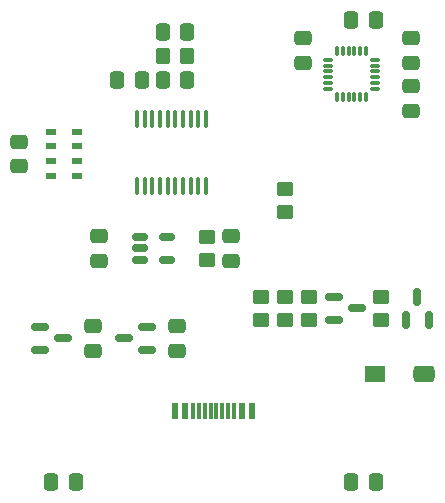
<source format=gbr>
%TF.GenerationSoftware,KiCad,Pcbnew,9.0.3*%
%TF.CreationDate,2025-07-16T11:43:19+02:00*%
%TF.ProjectId,ElbAltm1,456c6241-6c74-46d3-912e-6b696361645f,1.0*%
%TF.SameCoordinates,Original*%
%TF.FileFunction,Paste,Top*%
%TF.FilePolarity,Positive*%
%FSLAX46Y46*%
G04 Gerber Fmt 4.6, Leading zero omitted, Abs format (unit mm)*
G04 Created by KiCad (PCBNEW 9.0.3) date 2025-07-16 11:43:19*
%MOMM*%
%LPD*%
G01*
G04 APERTURE LIST*
G04 Aperture macros list*
%AMRoundRect*
0 Rectangle with rounded corners*
0 $1 Rounding radius*
0 $2 $3 $4 $5 $6 $7 $8 $9 X,Y pos of 4 corners*
0 Add a 4 corners polygon primitive as box body*
4,1,4,$2,$3,$4,$5,$6,$7,$8,$9,$2,$3,0*
0 Add four circle primitives for the rounded corners*
1,1,$1+$1,$2,$3*
1,1,$1+$1,$4,$5*
1,1,$1+$1,$6,$7*
1,1,$1+$1,$8,$9*
0 Add four rect primitives between the rounded corners*
20,1,$1+$1,$2,$3,$4,$5,0*
20,1,$1+$1,$4,$5,$6,$7,0*
20,1,$1+$1,$6,$7,$8,$9,0*
20,1,$1+$1,$8,$9,$2,$3,0*%
G04 Aperture macros list end*
%ADD10RoundRect,0.250000X-0.337500X-0.475000X0.337500X-0.475000X0.337500X0.475000X-0.337500X0.475000X0*%
%ADD11RoundRect,0.250000X0.475000X-0.337500X0.475000X0.337500X-0.475000X0.337500X-0.475000X-0.337500X0*%
%ADD12RoundRect,0.100000X-0.100000X0.637500X-0.100000X-0.637500X0.100000X-0.637500X0.100000X0.637500X0*%
%ADD13RoundRect,0.250000X-0.450000X0.350000X-0.450000X-0.350000X0.450000X-0.350000X0.450000X0.350000X0*%
%ADD14R,0.950000X0.550000*%
%ADD15RoundRect,0.250000X0.450000X-0.350000X0.450000X0.350000X-0.450000X0.350000X-0.450000X-0.350000X0*%
%ADD16RoundRect,0.150000X0.150000X-0.587500X0.150000X0.587500X-0.150000X0.587500X-0.150000X-0.587500X0*%
%ADD17RoundRect,0.075000X0.075000X-0.350000X0.075000X0.350000X-0.075000X0.350000X-0.075000X-0.350000X0*%
%ADD18RoundRect,0.075000X0.350000X0.075000X-0.350000X0.075000X-0.350000X-0.075000X0.350000X-0.075000X0*%
%ADD19RoundRect,0.150000X-0.587500X-0.150000X0.587500X-0.150000X0.587500X0.150000X-0.587500X0.150000X0*%
%ADD20RoundRect,0.250000X-0.475000X0.337500X-0.475000X-0.337500X0.475000X-0.337500X0.475000X0.337500X0*%
%ADD21RoundRect,0.150000X-0.512500X-0.150000X0.512500X-0.150000X0.512500X0.150000X-0.512500X0.150000X0*%
%ADD22R,1.800000X1.400000*%
%ADD23RoundRect,0.350000X-0.550000X0.350000X-0.550000X-0.350000X0.550000X-0.350000X0.550000X0.350000X0*%
%ADD24RoundRect,0.250000X0.337500X0.475000X-0.337500X0.475000X-0.337500X-0.475000X0.337500X-0.475000X0*%
%ADD25R,0.600000X1.450000*%
%ADD26R,0.300000X1.450000*%
%ADD27RoundRect,0.250000X0.350000X0.450000X-0.350000X0.450000X-0.350000X-0.450000X0.350000X-0.450000X0*%
%ADD28RoundRect,0.150000X0.587500X0.150000X-0.587500X0.150000X-0.587500X-0.150000X0.587500X-0.150000X0*%
G04 APERTURE END LIST*
D10*
%TO.C,C10*%
X136122500Y-121412000D03*
X138197500Y-121412000D03*
%TD*%
D11*
%TO.C,C13*%
X157480000Y-85873500D03*
X157480000Y-83798500D03*
%TD*%
D12*
%TO.C,U3*%
X149229000Y-90609500D03*
X148579000Y-90609500D03*
X147929000Y-90609500D03*
X147279000Y-90609500D03*
X146629000Y-90609500D03*
X145979000Y-90609500D03*
X145329000Y-90609500D03*
X144679000Y-90609500D03*
X144029000Y-90609500D03*
X143379000Y-90609500D03*
X143379000Y-96334500D03*
X144029000Y-96334500D03*
X144679000Y-96334500D03*
X145329000Y-96334500D03*
X145979000Y-96334500D03*
X146629000Y-96334500D03*
X147279000Y-96334500D03*
X147929000Y-96334500D03*
X148579000Y-96334500D03*
X149229000Y-96334500D03*
%TD*%
D10*
%TO.C,C8*%
X161522500Y-121412000D03*
X163597500Y-121412000D03*
%TD*%
D13*
%TO.C,R6*%
X157988000Y-105680000D03*
X157988000Y-107680000D03*
%TD*%
D14*
%TO.C,U4*%
X136144000Y-91714000D03*
X136144000Y-92964000D03*
X136144000Y-94214000D03*
X136144000Y-95464000D03*
X138294000Y-95464000D03*
X138294000Y-94214000D03*
X138294000Y-92964000D03*
X138294000Y-91714000D03*
%TD*%
D11*
%TO.C,C14*%
X166624000Y-85873500D03*
X166624000Y-83798500D03*
%TD*%
D13*
%TO.C,R5*%
X149352000Y-100600000D03*
X149352000Y-102600000D03*
%TD*%
D15*
%TO.C,R1*%
X153924000Y-107680000D03*
X153924000Y-105680000D03*
%TD*%
%TO.C,R2*%
X155956000Y-107680000D03*
X155956000Y-105680000D03*
%TD*%
D11*
%TO.C,C11*%
X166624000Y-89937500D03*
X166624000Y-87862500D03*
%TD*%
D16*
%TO.C,D2*%
X166182000Y-107617500D03*
X168082000Y-107617500D03*
X167132000Y-105742500D03*
%TD*%
D17*
%TO.C,U6*%
X160294000Y-88818000D03*
X160794000Y-88818000D03*
X161294000Y-88818000D03*
X161794000Y-88818000D03*
X162294000Y-88818000D03*
X162794000Y-88818000D03*
D18*
X163494000Y-88118000D03*
X163494000Y-87618000D03*
X163494000Y-87118000D03*
X163494000Y-86618000D03*
X163494000Y-86118000D03*
X163494000Y-85618000D03*
D17*
X162794000Y-84918000D03*
X162294000Y-84918000D03*
X161794000Y-84918000D03*
X161294000Y-84918000D03*
X160794000Y-84918000D03*
X160294000Y-84918000D03*
D18*
X159594000Y-85618000D03*
X159594000Y-86118000D03*
X159594000Y-86618000D03*
X159594000Y-87118000D03*
X159594000Y-87618000D03*
X159594000Y-88118000D03*
%TD*%
D19*
%TO.C,D1*%
X135206500Y-108270000D03*
X135206500Y-110170000D03*
X137081500Y-109220000D03*
%TD*%
D20*
%TO.C,C2*%
X146812000Y-108182500D03*
X146812000Y-110257500D03*
%TD*%
%TO.C,C7*%
X140208000Y-100562500D03*
X140208000Y-102637500D03*
%TD*%
D21*
%TO.C,U5*%
X143642500Y-100650000D03*
X143642500Y-101600000D03*
X143642500Y-102550000D03*
X145917500Y-102550000D03*
X145917500Y-100650000D03*
%TD*%
D22*
%TO.C,BUZ1*%
X163508000Y-112268000D03*
D23*
X167708000Y-112268000D03*
%TD*%
D24*
%TO.C,C1*%
X147645500Y-83312000D03*
X145570500Y-83312000D03*
%TD*%
D20*
%TO.C,C4*%
X133409000Y-92551500D03*
X133409000Y-94626500D03*
%TD*%
D25*
%TO.C,J1*%
X146610000Y-115335000D03*
X147410000Y-115335000D03*
D26*
X148610000Y-115335000D03*
X149610000Y-115335000D03*
X150110000Y-115335000D03*
X151110000Y-115335000D03*
D25*
X152310000Y-115335000D03*
X153110000Y-115335000D03*
X153110000Y-115335000D03*
X152310000Y-115335000D03*
D26*
X151610000Y-115335000D03*
X150610000Y-115335000D03*
X149110000Y-115335000D03*
X148110000Y-115335000D03*
D25*
X147410000Y-115335000D03*
X146610000Y-115335000D03*
%TD*%
D15*
%TO.C,R7*%
X164084000Y-107680000D03*
X164084000Y-105680000D03*
%TD*%
D24*
%TO.C,C9*%
X143785500Y-87376000D03*
X141710500Y-87376000D03*
%TD*%
D10*
%TO.C,C5*%
X145570500Y-87376000D03*
X147645500Y-87376000D03*
%TD*%
D13*
%TO.C,R4*%
X155956000Y-96536000D03*
X155956000Y-98536000D03*
%TD*%
D20*
%TO.C,C3*%
X139700000Y-108182500D03*
X139700000Y-110257500D03*
%TD*%
D27*
%TO.C,R3*%
X147608000Y-85344000D03*
X145608000Y-85344000D03*
%TD*%
D28*
%TO.C,U1*%
X144193500Y-110170000D03*
X144193500Y-108270000D03*
X142318500Y-109220000D03*
%TD*%
D19*
%TO.C,Q1*%
X160098500Y-105730000D03*
X160098500Y-107630000D03*
X161973500Y-106680000D03*
%TD*%
D24*
%TO.C,C12*%
X163597500Y-82296000D03*
X161522500Y-82296000D03*
%TD*%
D11*
%TO.C,C6*%
X151384000Y-102637500D03*
X151384000Y-100562500D03*
%TD*%
M02*

</source>
